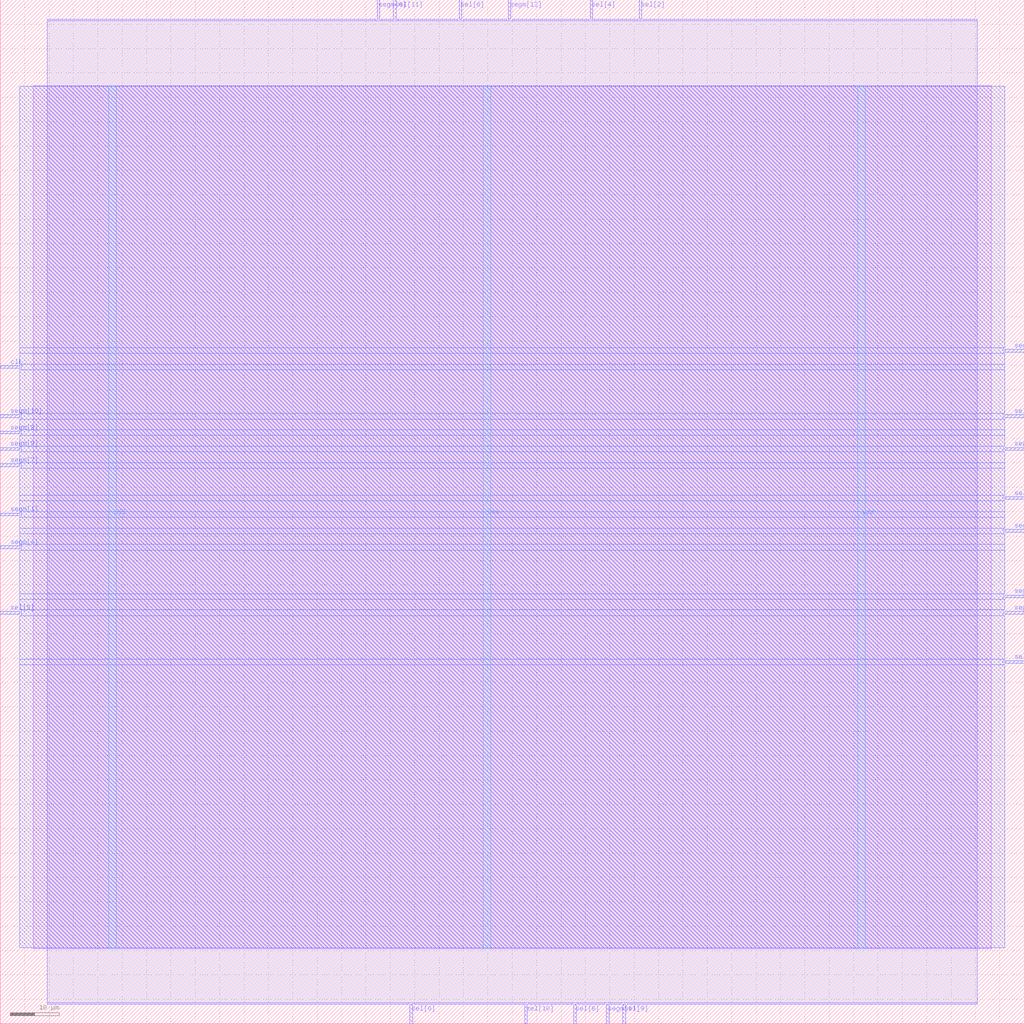
<source format=lef>
VERSION 5.7 ;
  NOWIREEXTENSIONATPIN ON ;
  DIVIDERCHAR "/" ;
  BUSBITCHARS "[]" ;
MACRO ita21
  CLASS BLOCK ;
  FOREIGN ita21 ;
  ORIGIN 0.000 0.000 ;
  SIZE 210.000 BY 210.000 ;
  PIN clk
    DIRECTION INPUT ;
    USE SIGNAL ;
    ANTENNAGATEAREA 4.738000 ;
    ANTENNADIFFAREA 0.410400 ;
    PORT
      LAYER Metal3 ;
        RECT 0.000 134.400 4.000 134.960 ;
    END
  END clk
  PIN segm[0]
    DIRECTION OUTPUT TRISTATE ;
    USE SIGNAL ;
    ANTENNADIFFAREA 4.731200 ;
    PORT
      LAYER Metal2 ;
        RECT 77.280 206.000 77.840 210.000 ;
    END
  END segm[0]
  PIN segm[10]
    DIRECTION OUTPUT TRISTATE ;
    USE SIGNAL ;
    ANTENNADIFFAREA 4.731200 ;
    PORT
      LAYER Metal3 ;
        RECT 0.000 124.320 4.000 124.880 ;
    END
  END segm[10]
  PIN segm[11]
    DIRECTION OUTPUT TRISTATE ;
    USE SIGNAL ;
    ANTENNADIFFAREA 4.731200 ;
    PORT
      LAYER Metal2 ;
        RECT 124.320 0.000 124.880 4.000 ;
    END
  END segm[11]
  PIN segm[12]
    DIRECTION OUTPUT TRISTATE ;
    USE SIGNAL ;
    ANTENNADIFFAREA 4.731200 ;
    PORT
      LAYER Metal3 ;
        RECT 206.000 117.600 210.000 118.160 ;
    END
  END segm[12]
  PIN segm[13]
    DIRECTION OUTPUT TRISTATE ;
    USE SIGNAL ;
    ANTENNADIFFAREA 4.731200 ;
    PORT
      LAYER Metal2 ;
        RECT 104.160 206.000 104.720 210.000 ;
    END
  END segm[13]
  PIN segm[1]
    DIRECTION OUTPUT TRISTATE ;
    USE SIGNAL ;
    ANTENNADIFFAREA 4.731200 ;
    PORT
      LAYER Metal3 ;
        RECT 0.000 104.160 4.000 104.720 ;
    END
  END segm[1]
  PIN segm[2]
    DIRECTION OUTPUT TRISTATE ;
    USE SIGNAL ;
    ANTENNADIFFAREA 4.731200 ;
    PORT
      LAYER Metal3 ;
        RECT 206.000 84.000 210.000 84.560 ;
    END
  END segm[2]
  PIN segm[3]
    DIRECTION OUTPUT TRISTATE ;
    USE SIGNAL ;
    ANTENNADIFFAREA 4.731200 ;
    PORT
      LAYER Metal3 ;
        RECT 206.000 137.760 210.000 138.320 ;
    END
  END segm[3]
  PIN segm[4]
    DIRECTION OUTPUT TRISTATE ;
    USE SIGNAL ;
    ANTENNADIFFAREA 4.731200 ;
    PORT
      LAYER Metal3 ;
        RECT 0.000 97.440 4.000 98.000 ;
    END
  END segm[4]
  PIN segm[5]
    DIRECTION OUTPUT TRISTATE ;
    USE SIGNAL ;
    ANTENNADIFFAREA 4.731200 ;
    PORT
      LAYER Metal3 ;
        RECT 206.000 87.360 210.000 87.920 ;
    END
  END segm[5]
  PIN segm[6]
    DIRECTION OUTPUT TRISTATE ;
    USE SIGNAL ;
    ANTENNADIFFAREA 4.731200 ;
    PORT
      LAYER Metal3 ;
        RECT 206.000 100.800 210.000 101.360 ;
    END
  END segm[6]
  PIN segm[7]
    DIRECTION OUTPUT TRISTATE ;
    USE SIGNAL ;
    ANTENNADIFFAREA 4.731200 ;
    PORT
      LAYER Metal3 ;
        RECT 0.000 114.240 4.000 114.800 ;
    END
  END segm[7]
  PIN segm[8]
    DIRECTION OUTPUT TRISTATE ;
    USE SIGNAL ;
    ANTENNADIFFAREA 4.731200 ;
    PORT
      LAYER Metal3 ;
        RECT 0.000 120.960 4.000 121.520 ;
    END
  END segm[8]
  PIN segm[9]
    DIRECTION OUTPUT TRISTATE ;
    USE SIGNAL ;
    ANTENNADIFFAREA 4.731200 ;
    PORT
      LAYER Metal3 ;
        RECT 0.000 117.600 4.000 118.160 ;
    END
  END segm[9]
  PIN sel[0]
    DIRECTION OUTPUT TRISTATE ;
    USE SIGNAL ;
    ANTENNADIFFAREA 4.731200 ;
    PORT
      LAYER Metal2 ;
        RECT 84.000 0.000 84.560 4.000 ;
    END
  END sel[0]
  PIN sel[10]
    DIRECTION OUTPUT TRISTATE ;
    USE SIGNAL ;
    ANTENNADIFFAREA 4.731200 ;
    PORT
      LAYER Metal2 ;
        RECT 107.520 0.000 108.080 4.000 ;
    END
  END sel[10]
  PIN sel[11]
    DIRECTION OUTPUT TRISTATE ;
    USE SIGNAL ;
    ANTENNADIFFAREA 4.731200 ;
    PORT
      LAYER Metal2 ;
        RECT 80.640 206.000 81.200 210.000 ;
    END
  END sel[11]
  PIN sel[1]
    DIRECTION OUTPUT TRISTATE ;
    USE SIGNAL ;
    ANTENNADIFFAREA 4.731200 ;
    PORT
      LAYER Metal3 ;
        RECT 206.000 124.320 210.000 124.880 ;
    END
  END sel[1]
  PIN sel[2]
    DIRECTION OUTPUT TRISTATE ;
    USE SIGNAL ;
    ANTENNADIFFAREA 4.731200 ;
    PORT
      LAYER Metal2 ;
        RECT 131.040 206.000 131.600 210.000 ;
    END
  END sel[2]
  PIN sel[3]
    DIRECTION OUTPUT TRISTATE ;
    USE SIGNAL ;
    ANTENNADIFFAREA 4.731200 ;
    PORT
      LAYER Metal3 ;
        RECT 206.000 107.520 210.000 108.080 ;
    END
  END sel[3]
  PIN sel[4]
    DIRECTION OUTPUT TRISTATE ;
    USE SIGNAL ;
    ANTENNADIFFAREA 4.731200 ;
    PORT
      LAYER Metal2 ;
        RECT 120.960 206.000 121.520 210.000 ;
    END
  END sel[4]
  PIN sel[5]
    DIRECTION OUTPUT TRISTATE ;
    USE SIGNAL ;
    ANTENNADIFFAREA 4.731200 ;
    PORT
      LAYER Metal3 ;
        RECT 0.000 84.000 4.000 84.560 ;
    END
  END sel[5]
  PIN sel[6]
    DIRECTION OUTPUT TRISTATE ;
    USE SIGNAL ;
    ANTENNADIFFAREA 4.731200 ;
    PORT
      LAYER Metal2 ;
        RECT 94.080 206.000 94.640 210.000 ;
    END
  END sel[6]
  PIN sel[7]
    DIRECTION OUTPUT TRISTATE ;
    USE SIGNAL ;
    ANTENNADIFFAREA 4.731200 ;
    PORT
      LAYER Metal3 ;
        RECT 206.000 73.920 210.000 74.480 ;
    END
  END sel[7]
  PIN sel[8]
    DIRECTION OUTPUT TRISTATE ;
    USE SIGNAL ;
    ANTENNADIFFAREA 4.731200 ;
    PORT
      LAYER Metal2 ;
        RECT 117.600 0.000 118.160 4.000 ;
    END
  END sel[8]
  PIN sel[9]
    DIRECTION OUTPUT TRISTATE ;
    USE SIGNAL ;
    ANTENNADIFFAREA 4.731200 ;
    PORT
      LAYER Metal2 ;
        RECT 127.680 0.000 128.240 4.000 ;
    END
  END sel[9]
  PIN vdd
    DIRECTION INOUT ;
    USE POWER ;
    PORT
      LAYER Metal4 ;
        RECT 22.240 15.380 23.840 192.380 ;
    END
    PORT
      LAYER Metal4 ;
        RECT 175.840 15.380 177.440 192.380 ;
    END
  END vdd
  PIN vss
    DIRECTION INOUT ;
    USE GROUND ;
    PORT
      LAYER Metal4 ;
        RECT 99.040 15.380 100.640 192.380 ;
    END
  END vss
  OBS
      LAYER Metal1 ;
        RECT 6.720 15.380 203.280 192.380 ;
      LAYER Metal2 ;
        RECT 9.660 205.700 76.980 206.000 ;
        RECT 78.140 205.700 80.340 206.000 ;
        RECT 81.500 205.700 93.780 206.000 ;
        RECT 94.940 205.700 103.860 206.000 ;
        RECT 105.020 205.700 120.660 206.000 ;
        RECT 121.820 205.700 130.740 206.000 ;
        RECT 131.900 205.700 200.340 206.000 ;
        RECT 9.660 4.300 200.340 205.700 ;
        RECT 9.660 4.000 83.700 4.300 ;
        RECT 84.860 4.000 107.220 4.300 ;
        RECT 108.380 4.000 117.300 4.300 ;
        RECT 118.460 4.000 124.020 4.300 ;
        RECT 125.180 4.000 127.380 4.300 ;
        RECT 128.540 4.000 200.340 4.300 ;
      LAYER Metal3 ;
        RECT 4.000 138.620 206.000 192.220 ;
        RECT 4.000 137.460 205.700 138.620 ;
        RECT 4.000 135.260 206.000 137.460 ;
        RECT 4.300 134.100 206.000 135.260 ;
        RECT 4.000 125.180 206.000 134.100 ;
        RECT 4.300 124.020 205.700 125.180 ;
        RECT 4.000 121.820 206.000 124.020 ;
        RECT 4.300 120.660 206.000 121.820 ;
        RECT 4.000 118.460 206.000 120.660 ;
        RECT 4.300 117.300 205.700 118.460 ;
        RECT 4.000 115.100 206.000 117.300 ;
        RECT 4.300 113.940 206.000 115.100 ;
        RECT 4.000 108.380 206.000 113.940 ;
        RECT 4.000 107.220 205.700 108.380 ;
        RECT 4.000 105.020 206.000 107.220 ;
        RECT 4.300 103.860 206.000 105.020 ;
        RECT 4.000 101.660 206.000 103.860 ;
        RECT 4.000 100.500 205.700 101.660 ;
        RECT 4.000 98.300 206.000 100.500 ;
        RECT 4.300 97.140 206.000 98.300 ;
        RECT 4.000 88.220 206.000 97.140 ;
        RECT 4.000 87.060 205.700 88.220 ;
        RECT 4.000 84.860 206.000 87.060 ;
        RECT 4.300 83.700 205.700 84.860 ;
        RECT 4.000 74.780 206.000 83.700 ;
        RECT 4.000 73.620 205.700 74.780 ;
        RECT 4.000 15.540 206.000 73.620 ;
  END
END ita21
END LIBRARY


</source>
